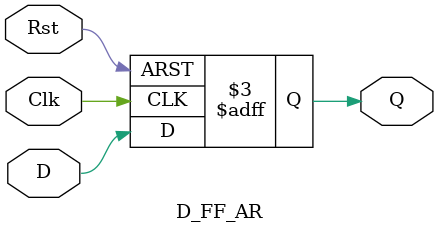
<source format=v>
module D_FF_AR (input D, Clk, Rst, output Q);
	reg Q;
	always @(posedge Clk, negedge Rst)
		if(!Rst) Q<=1'b0;
		else Q<=D;
endmodule
</source>
